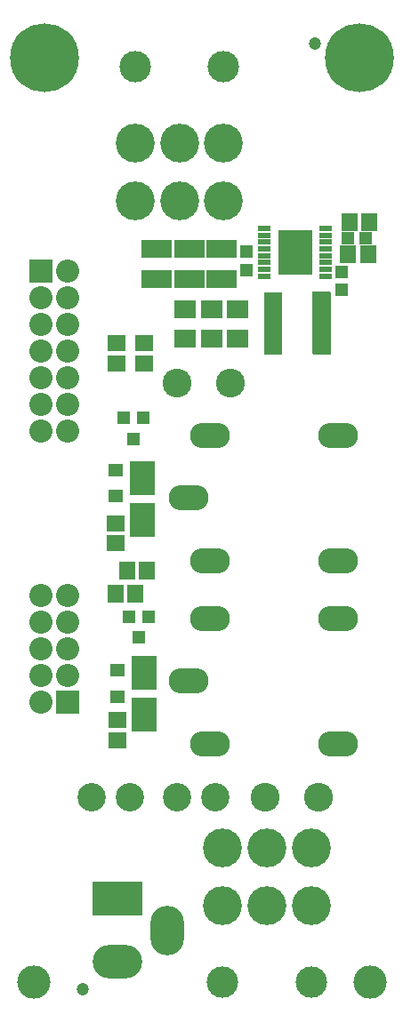
<source format=gbr>
G04 DipTrace 3.0.0.1*
G04 TopMask.gbr*
%MOIN*%
G04 #@! TF.FileFunction,Soldermask,Top*
G04 #@! TF.Part,Single*
%ADD44C,0.125*%
%ADD45C,0.11811*%
%ADD53C,0.047402*%
%ADD55O,0.126142X0.185197*%
%ADD57O,0.185197X0.126142*%
%ADD59R,0.185197X0.126142*%
%ADD61C,0.258031*%
%ADD63C,0.108031*%
%ADD65C,0.145827*%
%ADD67R,0.126142X0.165512*%
%ADD69R,0.04937X0.019843*%
%ADD71R,0.071024X0.232441*%
%ADD73O,0.149764X0.094646*%
%ADD75C,0.086772*%
%ADD77R,0.086772X0.086772*%
%ADD79C,0.106457*%
%ADD81R,0.067087X0.059213*%
%ADD83R,0.057244X0.051339*%
%ADD85R,0.094646X0.126142*%
%ADD87R,0.078898X0.071024*%
%ADD89R,0.051339X0.047402*%
%ADD91R,0.059213X0.067087*%
%ADD93R,0.047402X0.051339*%
%ADD95R,0.114331X0.071024*%
%FSLAX26Y26*%
G04*
G70*
G90*
G75*
G01*
G04 TopMask*
%LPD*%
D95*
X1214016Y3260016D3*
Y3149780D3*
X1094016Y3260016D3*
Y3149780D3*
X973016Y3260016D3*
Y3149780D3*
D93*
X1309016Y3250016D3*
Y3183087D3*
D91*
X1689016Y3241016D3*
X1763819D3*
D89*
X1688016Y3300016D3*
X1754945D3*
D93*
X1665016Y3175016D3*
Y3108087D3*
D87*
X1276016Y3036016D3*
Y2925780D3*
X1179016Y3036016D3*
Y2925780D3*
X1080016Y3036016D3*
Y2925780D3*
D85*
X924016Y1671016D3*
Y1513535D3*
X920016Y2402016D3*
Y2244535D3*
D83*
X826016Y1582016D3*
Y1680441D3*
X819016Y2334016D3*
Y2432441D3*
D91*
X892031Y1966850D3*
X817228D3*
D81*
X924016Y2833016D3*
Y2907819D3*
D79*
X1193016Y1204016D3*
X1048921D3*
X872937D3*
X728843D3*
D77*
X639079Y1560354D3*
D75*
Y1660354D3*
Y1760354D3*
Y1860354D3*
Y1960354D3*
X539079D3*
Y1860354D3*
Y1760354D3*
Y1660354D3*
Y1560354D3*
D73*
X1092819Y1640079D3*
D71*
X1592819Y2981614D3*
X1407780D3*
D91*
X1694016Y3363016D3*
X1768819D3*
D81*
X826016Y1494016D3*
Y1419213D3*
X820016Y2232016D3*
Y2157213D3*
D91*
X936323Y2056417D3*
X861520D3*
D81*
X821016Y2907016D3*
Y2832213D3*
D93*
X905811Y1803465D3*
X868409Y1882205D3*
X943213D3*
X886016Y2548016D3*
X848614Y2626756D3*
X923417D3*
D69*
X1607016Y3159016D3*
Y3184606D3*
Y3210197D3*
Y3235787D3*
Y3261378D3*
Y3286969D3*
Y3312559D3*
Y3338150D3*
X1376701D3*
Y3312559D3*
Y3286969D3*
Y3261378D3*
Y3235787D3*
Y3210197D3*
Y3184606D3*
Y3159016D3*
D67*
X1491858Y3248583D3*
D65*
X1550496Y799528D3*
D73*
X1092819Y2327087D3*
D63*
X1378016Y1204016D3*
X1578016D3*
X1249016Y2758016D3*
X1049016D3*
D44*
X511126Y512126D3*
X1770969D3*
D71*
X1589055Y2986016D3*
D61*
X550496Y3976693D3*
X1731598D3*
D77*
X537701Y3178465D3*
D75*
Y3078465D3*
Y2978465D3*
Y2878465D3*
Y2778465D3*
Y2678465D3*
Y2578465D3*
X637701D3*
Y2678465D3*
Y2778465D3*
Y2878465D3*
Y2978465D3*
Y3078465D3*
Y3178465D3*
D65*
X893016Y3657795D3*
X1058370D3*
X1223724D3*
X893016Y3441260D3*
X1058370D3*
X1223724D3*
D45*
X893016Y3945197D3*
X1223724D3*
D73*
X1172819Y2092087D3*
Y2562087D3*
X1652819D3*
Y2092087D3*
X1172819Y1405079D3*
Y1875079D3*
X1652819D3*
Y1405079D3*
D59*
X827071Y824134D3*
D57*
Y587913D3*
D55*
X1012110Y706024D3*
D65*
X1385142Y799528D3*
X1219787D3*
X1550496Y1016063D3*
X1385142D3*
X1219787D3*
D45*
X1550496Y512126D3*
X1219787D3*
D53*
X694197Y484567D3*
X1565260Y4032795D3*
M02*

</source>
